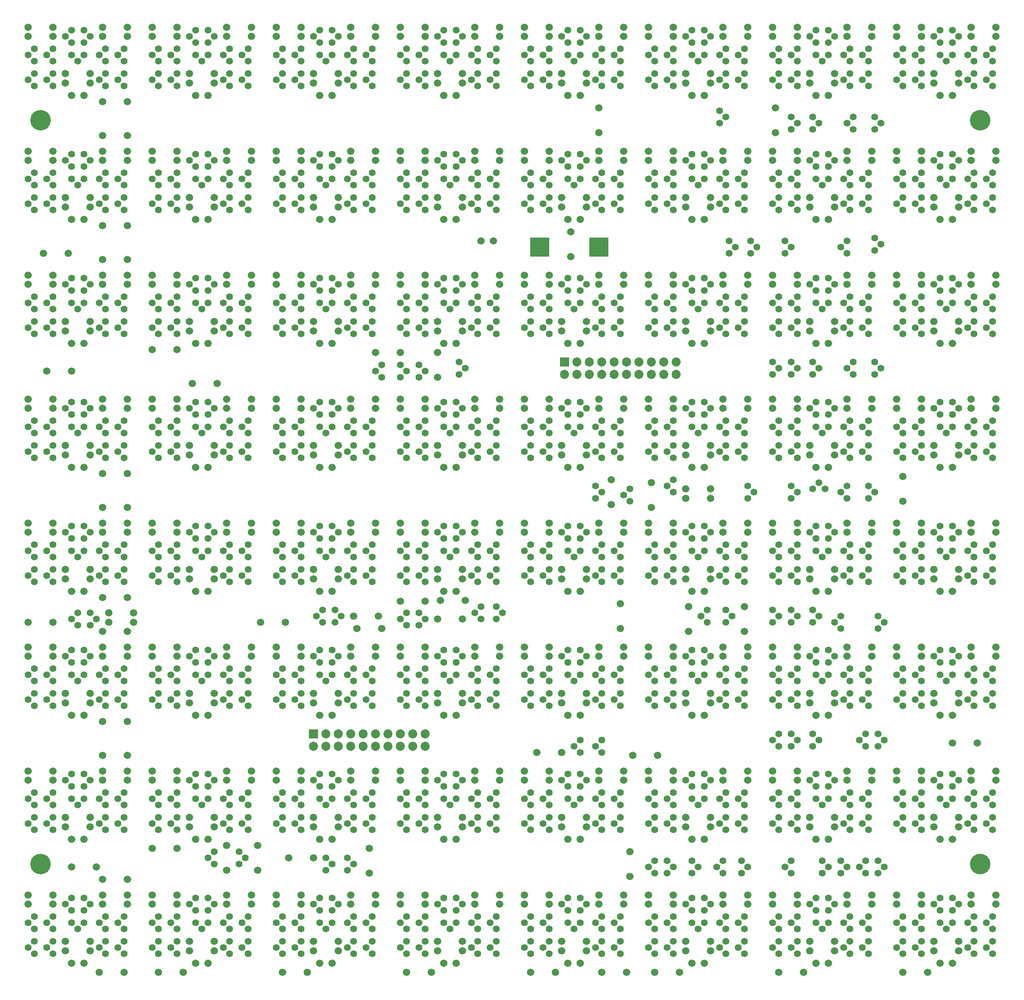
<source format=gbs>
G04 Output by ViewMate Deluxe V11.0.9  PentaLogix LLC*
G04 Fri Nov 28 06:42:21 2014*
%FSLAX33Y33*%
%MOMM*%
%IPPOS*%
%ADD108C,1.5113*%
%ADD109C,1.4122*%
%ADD110C,4.2037*%
%ADD111R,1.8542X1.8542*%
%ADD112C,1.8542*%
%ADD113R,4.0132X4.0132*%

%LPD*%
X0Y0D2*D108*G1X155981Y181864D3*X155981Y176784D3*X137566Y85344D3*X137566Y87249D3*X142646Y87249D3*X142646Y85344D3*X141376Y82804D3*X138836Y82804D3*X138201Y79629D3*X55016Y4699D3*X60096Y4699D3*X61366Y11049D3*X61366Y9144D3*X62636Y6604D3*X65176Y6604D3*X66446Y9144D3*X66446Y11049D3*X119786Y20574D3*X119786Y18669D3*X109626Y18669D3*X109626Y20574D3*X104546Y20574D3*X104546Y18669D3*X99466Y18669D3*X99466Y20574D3*X94386Y20574D3*X94386Y18669D3*X84226Y18669D3*X84226Y20574D3*X72796Y30099D3*X72796Y25019D3*X68986Y20574D3*X68986Y18669D3*X74066Y18669D3*X74066Y20574D3*X79146Y20574D3*X79146Y18669D3*X80416Y4699D3*X85496Y4699D3*X86766Y11049D3*X86766Y9144D3*X88036Y6604D3*X90576Y6604D3*X91846Y11049D3*X91846Y9144D3*X105816Y4699D3*X110896Y4699D3*X112166Y11049D3*X112166Y9144D3*X113436Y6604D3*X115976Y6604D3*X117246Y11049D3*X117246Y9144D3*X120421Y4699D3*X125501Y4699D3*X131216Y4699D3*X136296Y4699D3*X182016Y4699D3*X187096Y4699D3*X201066Y18669D3*X201066Y20574D3*X195986Y20574D3*X195986Y18669D3*X193446Y11049D3*X193446Y9144D3*X192176Y6604D3*X189636Y6604D3*X188366Y9144D3*X188366Y11049D3*X185826Y18669D3*X185826Y20574D3*X180746Y20574D3*X180746Y18669D3*X175666Y18669D3*X175666Y20574D3*X170586Y20574D3*X170586Y18669D3*X156616Y4699D3*X161696Y4699D3*X168046Y11049D3*X168046Y9144D3*X166776Y6604D3*X164236Y6604D3*X162966Y9144D3*X162966Y11049D3*X160426Y18669D3*X160426Y20574D3*X155346Y20574D3*X155346Y18669D3*X150266Y18669D3*X150266Y20574D3*X145186Y20574D3*X145186Y18669D3*X142646Y11049D3*X142646Y9144D3*X141376Y6604D3*X138836Y6604D3*X137566Y9144D3*X137566Y11049D3*X135026Y18669D3*X135026Y20574D3*X129946Y20574D3*X129946Y18669D3*X124866Y18669D3*X124866Y20574D3*X126136Y24384D3*X126136Y29464D3*X117246Y36449D3*X117246Y34544D3*X115976Y32004D3*X113436Y32004D3*X112166Y34544D3*X112166Y36449D3*X91846Y61849D3*X91846Y59944D3*X90576Y57404D3*X88036Y57404D3*X86766Y59944D3*X86766Y61849D3*X2946Y145669D3*X2946Y147574D3*X11836Y159004D3*X10566Y161544D3*X10566Y163449D3*X8026Y172974D3*X8026Y171069D3*X2946Y171069D3*X2946Y172974D3*X2946Y196469D3*X2946Y198374D3*X8026Y198374D3*X8026Y196469D3*X10566Y188849D3*X10566Y186944D3*X11836Y184404D3*X23266Y183134D3*X18186Y183134D3*X14376Y184404D3*X15646Y186944D3*X15646Y188849D3*X18186Y196469D3*X18186Y198374D3*X23266Y198374D3*X23266Y196469D3*X28346Y196469D3*X28346Y198374D3*X33426Y198374D3*X33426Y196469D3*X35966Y188849D3*X35966Y186944D3*X37236Y184404D3*X39776Y184404D3*X41046Y186944D3*X41046Y188849D3*X43586Y196469D3*X43586Y198374D3*X48666Y198374D3*X48666Y196469D3*X53746Y196469D3*X53746Y198374D3*X58826Y198374D3*X58826Y196469D3*X61366Y188849D3*X61366Y186944D3*X62636Y184404D3*X65176Y184404D3*X66446Y186944D3*X66446Y188849D3*X68986Y196469D3*X68986Y198374D3*X74066Y198374D3*X74066Y196469D3*X79146Y196469D3*X79146Y198374D3*X84226Y198374D3*X84226Y196469D3*X86766Y188849D3*X86766Y186944D3*X88036Y184404D3*X90576Y184404D3*X91846Y186944D3*X91846Y188849D3*X94386Y196469D3*X94386Y198374D3*X99466Y198374D3*X99466Y196469D3*X104546Y196469D3*X104546Y198374D3*X109626Y198374D3*X109626Y196469D3*X124866Y172974D3*X124866Y171069D3*X129946Y171069D3*X129946Y172974D3*X135026Y172974D3*X135026Y171069D3*X137566Y163449D3*X137566Y161544D3*X138836Y159004D3*X141376Y159004D3*X142646Y161544D3*X142646Y163449D3*X145186Y171069D3*X145186Y172974D3*X150266Y172974D3*X150266Y171069D3*X155346Y171069D3*X155346Y172974D3*X160426Y172974D3*X160426Y171069D3*X162966Y163449D3*X162966Y161544D3*X164236Y159004D3*X166776Y159004D3*X168046Y161544D3*X168046Y163449D3*X170586Y171069D3*X170586Y172974D3*X175666Y172974D3*X175666Y171069D3*X180746Y171069D3*X180746Y172974D3*X185826Y172974D3*X185826Y171069D3*X188366Y163449D3*X188366Y161544D3*X189636Y159004D3*X192176Y159004D3*X193446Y161544D3*X193446Y163449D3*X195986Y172974D3*X195986Y171069D3*X201066Y171069D3*X201066Y172974D3*X201066Y196469D3*X201066Y198374D3*X195986Y198374D3*X195986Y196469D3*X193446Y188849D3*X193446Y186944D3*X192176Y184404D3*X189636Y184404D3*X188366Y186944D3*X188366Y188849D3*X185826Y196469D3*X185826Y198374D3*X180746Y198374D3*X180746Y196469D3*X175666Y196469D3*X175666Y198374D3*X170586Y198374D3*X170586Y196469D3*X168046Y188849D3*X168046Y186944D3*X166776Y184404D3*X164236Y184404D3*X162966Y186944D3*X162966Y188849D3*X160426Y196469D3*X160426Y198374D3*X155346Y198374D3*X155346Y196469D3*X150266Y196469D3*X150266Y198374D3*X145186Y198374D3*X145186Y196469D3*X142646Y188849D3*X142646Y186944D3*X141376Y184404D3*X138836Y184404D3*X137566Y186944D3*X137566Y188849D3*X135026Y196469D3*X135026Y198374D3*X129946Y198374D3*X129946Y196469D3*X124866Y196469D3*X124866Y198374D3*X119786Y198374D3*X119786Y196469D3*X117246Y186944D3*X117246Y188849D3*X112166Y188849D3*X112166Y186944D3*X113436Y184404D3*X115976Y184404D3*X119786Y181864D3*X119786Y176784D3*X119786Y172974D3*X119786Y171069D3*X98196Y154559D3*X95656Y154559D3*X74066Y131699D3*X79146Y131699D3*X86766Y126619D3*X84226Y120269D3*X84226Y122174D3*X79146Y122174D3*X79146Y120269D3*X74066Y120269D3*X74066Y122174D3*X68986Y122174D3*X68986Y120269D3*X66446Y112649D3*X66446Y110744D3*X65176Y108204D3*X62636Y108204D3*X61366Y110744D3*X61366Y112649D3*X58826Y120269D3*X58826Y122174D3*X53746Y122174D3*X53746Y120269D3*X48666Y120269D3*X48666Y122174D3*X41681Y125349D3*X43586Y122174D3*X43586Y120269D3*X41046Y112649D3*X41046Y110744D3*X39776Y108204D3*X37236Y108204D3*X35966Y110744D3*X35966Y112649D3*X18186Y122174D3*X18186Y120269D3*X23266Y120269D3*X23266Y122174D3*X28346Y122174D3*X28346Y120269D3*X33426Y120269D3*X33426Y122174D3*X36601Y125349D3*X33426Y132334D3*X28346Y132334D3*X18186Y145669D3*X18186Y147574D3*X18186Y150749D3*X11201Y152019D3*X6121Y152019D3*X8026Y147574D3*X8026Y145669D3*X10566Y136144D3*X10566Y138049D3*X15646Y138049D3*X15646Y136144D3*X14376Y133604D3*X11836Y133604D3*X11836Y127889D3*X6756Y127889D3*X2946Y120269D3*X2946Y122174D3*X8026Y122174D3*X8026Y120269D3*X11836Y108204D3*X10566Y110744D3*X10566Y112649D3*X15646Y112649D3*X15646Y110744D3*X14376Y108204D3*X18186Y106934D3*X23266Y106934D3*X28346Y69469D3*X28346Y71374D3*X33426Y71374D3*X33426Y69469D3*X35966Y61849D3*X35966Y59944D3*X37236Y57404D3*X39776Y57404D3*X41046Y59944D3*X41046Y61849D3*X55651Y76454D3*X50571Y76454D3*X43586Y69469D3*X43586Y71374D3*X48666Y71374D3*X48666Y69469D3*X53746Y69469D3*X53746Y71374D3*X58826Y71374D3*X58826Y69469D3*X62636Y57404D3*X61366Y59944D3*X61366Y61849D3*X66446Y61849D3*X66446Y59944D3*X65176Y57404D3*X68986Y44069D3*X68986Y45974D3*X74066Y45974D3*X74066Y44069D3*X79146Y44069D3*X79146Y45974D3*X84226Y45974D3*X84226Y44069D3*X86766Y36449D3*X86766Y34544D3*X88036Y32004D3*X90576Y32004D3*X91846Y34544D3*X91846Y36449D3*X94386Y45974D3*X94386Y44069D3*X99466Y44069D3*X99466Y45974D3*X107086Y49784D3*X104546Y45974D3*X104546Y44069D3*X109626Y44069D3*X109626Y45974D3*X112166Y49784D3*X119786Y44069D3*X119786Y45974D3*X126771Y49149D3*X124866Y45974D3*X124866Y44069D3*X129946Y44069D3*X129946Y45974D3*X131851Y49149D3*X135026Y45974D3*X135026Y44069D3*X137566Y36449D3*X137566Y34544D3*X138836Y32004D3*X141376Y32004D3*X142646Y34544D3*X142646Y36449D3*X145186Y44069D3*X145186Y45974D3*X150266Y45974D3*X150266Y44069D3*X155346Y44069D3*X155346Y45974D3*X160426Y45974D3*X160426Y44069D3*X162966Y36449D3*X162966Y34544D3*X164236Y32004D3*X166776Y32004D3*X168046Y34544D3*X168046Y36449D3*X170586Y44069D3*X170586Y45974D3*X175666Y45974D3*X175666Y44069D3*X180746Y44069D3*X180746Y45974D3*X185826Y45974D3*X185826Y44069D3*X188366Y36449D3*X188366Y34544D3*X189636Y32004D3*X192176Y32004D3*X193446Y34544D3*X193446Y36449D3*X201066Y45974D3*X201066Y44069D3*X195986Y44069D3*X195986Y45974D3*X192176Y51689D3*X197256Y51689D3*X201066Y69469D3*X201066Y71374D3*X195986Y71374D3*X195986Y69469D3*X193446Y61849D3*X193446Y59944D3*X192176Y57404D3*X189636Y57404D3*X188366Y59944D3*X188366Y61849D3*X185826Y69469D3*X185826Y71374D3*X180746Y71374D3*X180746Y69469D3*X175666Y69469D3*X175666Y71374D3*X170586Y71374D3*X170586Y69469D3*X168046Y61849D3*X168046Y59944D3*X166776Y57404D3*X164236Y57404D3*X162966Y59944D3*X162966Y61849D3*X160426Y69469D3*X160426Y71374D3*X155346Y71374D3*X155346Y69469D3*X142646Y61849D3*X142646Y59944D3*X141376Y57404D3*X138836Y57404D3*X137566Y59944D3*X137566Y61849D3*X135026Y69469D3*X135026Y71374D3*X138201Y74549D3*X145186Y71374D3*X145186Y69469D3*X150266Y69469D3*X150266Y71374D3*X149631Y74549D3*X149631Y79629D3*X182016Y106299D3*X201066Y94869D3*X201066Y96774D3*X195986Y96774D3*X195986Y94869D3*X193446Y87249D3*X193446Y85344D3*X192176Y82804D3*X189636Y82804D3*X188366Y85344D3*X188366Y87249D3*X185826Y94869D3*X185826Y96774D3*X182016Y101219D3*X180746Y96774D3*X180746Y94869D3*X175666Y94869D3*X175666Y96774D3*X170586Y96774D3*X170586Y94869D3*X168046Y87249D3*X168046Y85344D3*X166776Y82804D3*X164236Y82804D3*X162966Y85344D3*X162966Y87249D3*X160426Y96774D3*X160426Y94869D3*X155346Y94869D3*X155346Y96774D3*X150266Y96774D3*X150266Y94869D3*X145186Y94869D3*X145186Y96774D3*X135026Y122174D3*X135026Y120269D3*X129946Y120269D3*X129946Y122174D3*X124866Y122174D3*X124866Y120269D3*X119786Y120269D3*X119786Y122174D3*X117246Y138049D3*X117246Y136144D3*X115976Y133604D3*X113436Y133604D3*X112166Y136144D3*X112166Y138049D3*X109626Y145669D3*X109626Y147574D3*X104546Y147574D3*X104546Y145669D3*X99466Y145669D3*X99466Y147574D3*X94386Y147574D3*X94386Y145669D3*X91846Y138049D3*X91846Y136144D3*X90576Y133604D3*X86766Y131699D3*X88036Y133604D3*X86766Y136144D3*X86766Y138049D3*X84226Y145669D3*X84226Y147574D3*X79146Y147574D3*X79146Y145669D3*X74066Y145669D3*X74066Y147574D3*X68986Y147574D3*X68986Y145669D3*X66446Y138049D3*X66446Y136144D3*X65176Y133604D3*X62636Y133604D3*X61366Y136144D3*X61366Y138049D3*X58826Y145669D3*X58826Y147574D3*X53746Y147574D3*X53746Y145669D3*X48666Y145669D3*X48666Y147574D3*X43586Y147574D3*X43586Y145669D3*X41046Y138049D3*X41046Y136144D3*X39776Y133604D3*X37236Y133604D3*X35966Y136144D3*X35966Y138049D3*X33426Y145669D3*X33426Y147574D3*X28346Y147574D3*X28346Y145669D3*X23266Y145669D3*X23266Y147574D3*X23266Y150749D3*X23266Y157734D3*X18186Y157734D3*X14376Y159004D3*X15646Y161544D3*X15646Y163449D3*X18186Y171069D3*X18186Y172974D3*X18186Y176149D3*X23266Y176149D3*X23266Y172974D3*X23266Y171069D3*X28346Y171069D3*X28346Y172974D3*X33426Y172974D3*X33426Y171069D3*X35966Y163449D3*X35966Y161544D3*X37236Y159004D3*X39776Y159004D3*X41046Y161544D3*X41046Y163449D3*X43586Y171069D3*X43586Y172974D3*X48666Y172974D3*X48666Y171069D3*X53746Y171069D3*X53746Y172974D3*X58826Y172974D3*X58826Y171069D3*X61366Y163449D3*X61366Y161544D3*X62636Y159004D3*X65176Y159004D3*X66446Y161544D3*X66446Y163449D3*X68986Y171069D3*X68986Y172974D3*X74066Y172974D3*X74066Y171069D3*X79146Y171069D3*X79146Y172974D3*X84226Y172974D3*X84226Y171069D3*X86766Y163449D3*X86766Y161544D3*X88036Y159004D3*X90576Y159004D3*X91846Y161544D3*X91846Y163449D3*X94386Y171069D3*X94386Y172974D3*X99466Y172974D3*X99466Y171069D3*X104546Y171069D3*X104546Y172974D3*X109626Y172974D3*X109626Y171069D3*X112166Y161544D3*X112166Y163449D3*X117246Y163449D3*X117246Y161544D3*X115976Y159004D3*X113436Y159004D3*X114071Y156464D3*X114071Y151384D3*X119786Y145669D3*X119786Y147574D3*X124866Y147574D3*X124866Y145669D3*X129946Y145669D3*X129946Y147574D3*X135026Y147574D3*X135026Y145669D3*X137566Y138049D3*X137566Y136144D3*X138836Y133604D3*X141376Y133604D3*X142646Y136144D3*X142646Y138049D3*X145186Y145669D3*X145186Y147574D3*X150266Y147574D3*X150266Y145669D3*X155346Y145669D3*X155346Y147574D3*X160426Y147574D3*X160426Y145669D3*X162966Y138049D3*X162966Y136144D3*X164236Y133604D3*X166776Y133604D3*X168046Y136144D3*X168046Y138049D3*X170586Y145669D3*X170586Y147574D3*X175666Y147574D3*X175666Y145669D3*X180746Y145669D3*X180746Y147574D3*X185826Y147574D3*X185826Y145669D3*X201066Y145669D3*X201066Y147574D3*X195986Y147574D3*X195986Y145669D3*X193446Y136144D3*X193446Y138049D3*X188366Y138049D3*X188366Y136144D3*X189636Y133604D3*X192176Y133604D3*X201066Y120269D3*X201066Y122174D3*X195986Y122174D3*X195986Y120269D3*X193446Y112649D3*X193446Y110744D3*X192176Y108204D3*X189636Y108204D3*X188366Y110744D3*X188366Y112649D3*X185826Y120269D3*X185826Y122174D3*X180746Y122174D3*X180746Y120269D3*X175666Y120269D3*X175666Y122174D3*X170586Y122174D3*X170586Y120269D3*X168046Y112649D3*X168046Y110744D3*X166776Y108204D3*X164236Y108204D3*X162966Y110744D3*X162966Y112649D3*X160426Y120269D3*X160426Y122174D3*X155346Y122174D3*X155346Y120269D3*X150266Y120269D3*X150266Y122174D3*X145186Y122174D3*X145186Y120269D3*X142646Y110744D3*X142646Y112649D3*X137566Y112649D3*X137566Y110744D3*X138836Y108204D3*X141376Y108204D3*X142646Y103759D3*X142646Y101854D3*X137566Y101854D3*X137566Y103759D3*X130581Y105029D3*X130581Y99949D3*X135026Y96774D3*X135026Y94869D3*X129946Y94869D3*X129946Y96774D3*X124866Y96774D3*X124866Y94869D3*X119786Y94869D3*X119786Y96774D3*X122326Y100584D3*X122326Y105664D3*X117246Y112649D3*X117246Y110744D3*X115976Y108204D3*X113436Y108204D3*X112166Y110744D3*X112166Y112649D3*X109626Y120269D3*X109626Y122174D3*X104546Y122174D3*X104546Y120269D3*X99466Y120269D3*X99466Y122174D3*X94386Y122174D3*X94386Y120269D3*X91846Y110744D3*X91846Y112649D3*X86766Y112649D3*X86766Y110744D3*X88036Y108204D3*X90576Y108204D3*X91846Y85344D3*X91846Y87249D3*X94386Y94869D3*X94386Y96774D3*X99466Y96774D3*X99466Y94869D3*X104546Y94869D3*X104546Y96774D3*X109626Y96774D3*X109626Y94869D3*X112166Y87249D3*X112166Y85344D3*X113436Y82804D3*X115976Y82804D3*X117246Y87249D3*X117246Y85344D3*X124231Y80264D3*X124231Y75184D3*X129946Y71374D3*X129946Y69469D3*X124866Y69469D3*X124866Y71374D3*X119786Y71374D3*X119786Y69469D3*X117246Y61849D3*X117246Y59944D3*X115976Y57404D3*X113436Y57404D3*X112166Y59944D3*X112166Y61849D3*X109626Y71374D3*X109626Y69469D3*X104546Y69469D3*X104546Y71374D3*X99466Y71374D3*X99466Y69469D3*X94386Y69469D3*X94386Y71374D3*X91846Y77089D3*X92481Y80899D3*X90576Y82804D3*X79146Y80772D3*X75336Y75184D3*X74701Y77724D3*X69621Y77724D3*X70256Y75184D3*X68986Y71374D3*X68986Y69469D3*X74066Y69469D3*X74066Y71374D3*X79146Y71374D3*X79146Y69469D3*X84226Y69469D3*X84226Y71374D3*X86766Y77089D3*X84226Y80772D3*X87401Y80899D3*X88036Y82804D3*X86766Y85344D3*X86766Y87249D3*X84226Y94869D3*X84226Y96774D3*X79146Y96774D3*X79146Y94869D3*X74066Y94869D3*X74066Y96774D3*X68986Y96774D3*X68986Y94869D3*X66446Y87249D3*X66446Y85344D3*X65176Y82804D3*X62636Y82804D3*X61366Y85344D3*X61366Y87249D3*X58826Y94869D3*X58826Y96774D3*X53746Y96774D3*X53746Y94869D3*X48666Y94869D3*X48666Y96774D3*X43586Y96774D3*X43586Y94869D3*X41046Y87249D3*X41046Y85344D3*X39776Y82804D3*X37236Y82804D3*X35966Y85344D3*X35966Y87249D3*X33426Y94869D3*X33426Y96774D3*X28346Y96774D3*X28346Y94869D3*X23266Y94869D3*X23266Y96774D3*X23266Y99949D3*X18186Y99949D3*X18186Y96774D3*X18186Y94869D3*X2946Y94869D3*X2946Y96774D3*X8026Y96774D3*X8026Y94869D3*X10566Y85344D3*X10566Y87249D3*X15646Y87249D3*X15646Y85344D3*X23266Y81534D3*X24536Y78359D3*X24536Y76454D3*X23266Y74549D3*X23266Y71374D3*X23266Y69469D3*X18186Y69469D3*X18186Y71374D3*X18186Y74549D3*X19456Y76454D3*X19456Y78359D3*X18186Y81534D3*X14376Y82804D3*X11836Y82804D3*X8026Y76454D3*X2946Y76454D3*X2946Y69469D3*X2946Y71374D3*X8026Y71374D3*X8026Y69469D3*X11836Y57404D3*X10566Y59944D3*X10566Y61849D3*X15646Y61849D3*X15646Y59944D3*X14376Y57404D3*X18186Y56134D3*X23266Y56134D3*X28346Y30099D3*X33426Y30099D3*X49936Y30734D3*X43586Y44069D3*X43586Y45974D3*X48666Y45974D3*X48666Y44069D3*X53746Y44069D3*X53746Y45974D3*X58826Y45974D3*X58826Y44069D3*X61366Y34544D3*X61366Y36449D3*X66446Y36449D3*X66446Y34544D3*X65176Y32004D3*X62636Y32004D3*X61366Y28194D3*X56286Y28194D3*X58826Y20574D3*X58826Y18669D3*X53746Y18669D3*X53746Y20574D3*X49936Y25654D3*X48666Y20574D3*X48666Y18669D3*X43586Y18669D3*X43586Y20574D3*X43586Y25654D3*X43586Y30734D3*X41046Y36449D3*X41046Y34544D3*X39776Y32004D3*X37236Y32004D3*X35966Y34544D3*X35966Y36449D3*X33426Y44069D3*X33426Y45974D3*X28346Y45974D3*X28346Y44069D3*X23266Y44069D3*X23266Y45974D3*X23266Y49149D3*X18186Y49149D3*X18186Y45974D3*X18186Y44069D3*X2946Y44069D3*X2946Y45974D3*X8026Y45974D3*X8026Y44069D3*X10566Y34544D3*X10566Y36449D3*X15646Y36449D3*X15646Y34544D3*X14376Y32004D3*X11836Y32004D3*X2946Y20574D3*X2946Y18669D3*X8026Y18669D3*X8026Y20574D3*X11836Y26289D3*X18186Y18669D3*X18186Y20574D3*X16916Y26289D3*X18186Y23749D3*X23266Y23749D3*X23266Y20574D3*X23266Y18669D3*X28346Y18669D3*X28346Y20574D3*X33426Y20574D3*X33426Y18669D3*X35966Y9144D3*X35966Y11049D3*X41046Y11049D3*X41046Y9144D3*X39776Y6604D3*X37236Y6604D3*X34696Y4699D3*X29616Y4699D3*X22631Y4699D3*X17551Y4699D3*X14376Y6604D3*X15646Y9144D3*X15646Y11049D3*X10566Y11049D3*X10566Y9144D3*X11836Y6604D3*D109*X156616Y193929D3*X155346Y192659D3*X156616Y191389D3*X159156Y179959D3*X159156Y177419D3*X160426Y178689D3*X163601Y177419D3*X163601Y179959D3*X164871Y178689D3*X182016Y193929D3*X180746Y192659D3*X182016Y191389D3*X189636Y192659D3*X190906Y191389D3*X192176Y192659D3*X196621Y188849D3*X195351Y187579D3*X196621Y186309D3*X200431Y186309D3*X199161Y187579D3*X200431Y188849D3*X200431Y191389D3*X200431Y193929D3*X199161Y192659D3*X196621Y191389D3*X195351Y192659D3*X196621Y193929D3*X192176Y197739D3*X193446Y196469D3*X192176Y195199D3*X189636Y195199D3*X189636Y197739D3*X188366Y196469D3*X185826Y193929D3*X184556Y192659D3*X185826Y191389D3*X185826Y188849D3*X185826Y186309D3*X184556Y187579D3*X182016Y188849D3*X180746Y187579D3*X182016Y186309D3*X176301Y179959D3*X177571Y178689D3*X176301Y177419D3*X171856Y177419D3*X170586Y178689D3*X171856Y179959D3*X171221Y188849D3*X169951Y187579D3*X171221Y186309D3*X175031Y186309D3*X173761Y187579D3*X175031Y188849D3*X175031Y191389D3*X175031Y193929D3*X173761Y192659D3*X171221Y191389D3*X171221Y193929D3*X169951Y192659D3*X164236Y192659D3*X165506Y191389D3*X166776Y192659D3*X166776Y195199D3*X168046Y196469D3*X166776Y197739D3*X164236Y197739D3*X164236Y195199D3*X162966Y196469D3*X160426Y193929D3*X159156Y192659D3*X160426Y191389D3*X160426Y186309D3*X160426Y188849D3*X159156Y187579D3*X156616Y186309D3*X156616Y188849D3*X155346Y187579D3*X8026Y186309D3*X8026Y188849D3*X6756Y187579D3*X4216Y186309D3*X2946Y187579D3*X4216Y188849D3*X4216Y191389D3*X2946Y192659D3*X4216Y193929D3*X8026Y193929D3*X6756Y192659D3*X8026Y191389D3*X14376Y192659D3*X13106Y191389D3*X11836Y192659D3*X11836Y195199D3*X10566Y196469D3*X11836Y197739D3*X14376Y197739D3*X14376Y195199D3*X15646Y196469D3*X18821Y193929D3*X17551Y192659D3*X18821Y191389D3*X18821Y188849D3*X17551Y187579D3*X18821Y186309D3*X22631Y186309D3*X21361Y187579D3*X22631Y188849D3*X22631Y191389D3*X21361Y192659D3*X22631Y193929D3*X29616Y193929D3*X28346Y192659D3*X29616Y191389D3*X29616Y188849D3*X28346Y187579D3*X29616Y186309D3*X33426Y186309D3*X32156Y187579D3*X33426Y188849D3*X33426Y191389D3*X32156Y192659D3*X33426Y193929D3*X37236Y195199D3*X35966Y196469D3*X37236Y197739D3*X39776Y197739D3*X41046Y196469D3*X39776Y195199D3*X39776Y192659D3*X37236Y192659D3*X38506Y191389D3*X44221Y186309D3*X42951Y187579D3*X44221Y188849D3*X44221Y191389D3*X42951Y192659D3*X44221Y193929D3*X48031Y193929D3*X46761Y192659D3*X48031Y191389D3*X48031Y188849D3*X46761Y187579D3*X48031Y186309D3*X58826Y186309D3*X58826Y188849D3*X57556Y187579D3*X55016Y186309D3*X53746Y187579D3*X55016Y188849D3*X55016Y191389D3*X53746Y192659D3*X55016Y193929D3*X58826Y193929D3*X57556Y192659D3*X58826Y191389D3*X65176Y192659D3*X63906Y191389D3*X62636Y192659D3*X62636Y195199D3*X61366Y196469D3*X62636Y197739D3*X65176Y197739D3*X65176Y195199D3*X66446Y196469D3*X69621Y193929D3*X68351Y192659D3*X69621Y191389D3*X69621Y188849D3*X68351Y187579D3*X69621Y186309D3*X73431Y186309D3*X72161Y187579D3*X73431Y188849D3*X73431Y191389D3*X72161Y192659D3*X73431Y193929D3*X80416Y193929D3*X79146Y192659D3*X80416Y191389D3*X80416Y188849D3*X79146Y187579D3*X80416Y186309D3*X84226Y186309D3*X82956Y187579D3*X84226Y188849D3*X84226Y191389D3*X82956Y192659D3*X84226Y193929D3*X88036Y195199D3*X86766Y196469D3*X88036Y197739D3*X90576Y197739D3*X91846Y196469D3*X90576Y195199D3*X90576Y192659D3*X88036Y192659D3*X89306Y191389D3*X95021Y186309D3*X93751Y187579D3*X95021Y188849D3*X95021Y191389D3*X93751Y192659D3*X95021Y193929D3*X98831Y193929D3*X97561Y192659D3*X98831Y191389D3*X98831Y188849D3*X97561Y187579D3*X98831Y186309D3*X109626Y186309D3*X109626Y188849D3*X108356Y187579D3*X105816Y186309D3*X104546Y187579D3*X105816Y188849D3*X105816Y191389D3*X104546Y192659D3*X105816Y193929D3*X109626Y193929D3*X108356Y192659D3*X109626Y191389D3*X113436Y192659D3*X114706Y191389D3*X115976Y192659D3*X115976Y195199D3*X113436Y195199D3*X112166Y196469D3*X113436Y197739D3*X115976Y197739D3*X117246Y196469D3*X120421Y193929D3*X119151Y192659D3*X120421Y191389D3*X120421Y188849D3*X119151Y187579D3*X120421Y186309D3*X124231Y186309D3*X122961Y187579D3*X124231Y188849D3*X124231Y191389D3*X122961Y192659D3*X124231Y193929D3*X131216Y193929D3*X129946Y192659D3*X131216Y191389D3*X131216Y188849D3*X129946Y187579D3*X131216Y186309D3*X135026Y186309D3*X133756Y187579D3*X135026Y188849D3*X135026Y191389D3*X133756Y192659D3*X135026Y193929D3*X141376Y195199D3*X142646Y196469D3*X141376Y197739D3*X138836Y197739D3*X137566Y196469D3*X138836Y195199D3*X138836Y192659D3*X140106Y191389D3*X141376Y192659D3*X145821Y191389D3*X144551Y192659D3*X145821Y193929D3*X149631Y193929D3*X148361Y192659D3*X149631Y191389D3*X149631Y188849D3*X149631Y186309D3*X148361Y187579D3*X145821Y188849D3*X144551Y187579D3*X145821Y186309D3*X144551Y181229D3*X145821Y179959D3*X144551Y178689D3*X131216Y66929D3*X115976Y49784D3*X114706Y51054D3*X115976Y52324D3*X120421Y52324D3*X119151Y51054D3*X120421Y49784D3*X131216Y16129D3*X182016Y16129D3*X196621Y16129D3*X200431Y16129D3*X199161Y14859D3*X200431Y13589D3*X200431Y8509D3*X200431Y11049D3*X199161Y9779D3*X196621Y8509D3*X195351Y9779D3*X196621Y11049D3*X196621Y13589D3*X195351Y14859D3*X189636Y19939D3*X192176Y19939D3*X193446Y18669D3*X192176Y17399D3*X192176Y14859D3*X190906Y13589D3*X189636Y14859D3*X189636Y17399D3*X188366Y18669D3*X185826Y16129D3*X184556Y14859D3*X185826Y13589D3*X185826Y8509D3*X185826Y11049D3*X184556Y9779D3*X182016Y8509D3*X180746Y9779D3*X182016Y11049D3*X182016Y13589D3*X180746Y14859D3*X171221Y16129D3*X175031Y16129D3*X173761Y14859D3*X175031Y13589D3*X175031Y8509D3*X175031Y11049D3*X173761Y9779D3*X171221Y8509D3*X169951Y9779D3*X171221Y11049D3*X171221Y13589D3*X169951Y14859D3*X166776Y19939D3*X168046Y18669D3*X166776Y17399D3*X166776Y14859D3*X165506Y13589D3*X164236Y14859D3*X164236Y17399D3*X164236Y19939D3*X162966Y18669D3*X160426Y16129D3*X159156Y14859D3*X160426Y13589D3*X160426Y11049D3*X160426Y8509D3*X159156Y9779D3*X156616Y8509D3*X155346Y9779D3*X156616Y11049D3*X156616Y13589D3*X156616Y16129D3*X155346Y14859D3*X149631Y16129D3*X148361Y14859D3*X149631Y13589D3*X149631Y8509D3*X149631Y11049D3*X148361Y9779D3*X145821Y8509D3*X144551Y9779D3*X145821Y11049D3*X145821Y13589D3*X144551Y14859D3*X145821Y16129D3*X145186Y27559D3*X143916Y26289D3*X145186Y25019D3*X148996Y25019D3*X150266Y26289D3*X148996Y27559D3*X174396Y51054D3*X173126Y52324D3*X174396Y53594D3*X176936Y53594D3*X178206Y52324D3*X176936Y51054D3*X182016Y41529D3*X180746Y40259D3*X182016Y38989D3*X189636Y40259D3*X190906Y38989D3*X192176Y40259D3*X196621Y36449D3*X195351Y35179D3*X196621Y33909D3*X200431Y33909D3*X199161Y35179D3*X200431Y36449D3*X200431Y38989D3*X200431Y41529D3*X199161Y40259D3*X196621Y38989D3*X195351Y40259D3*X196621Y41529D3*X192176Y45339D3*X193446Y44069D3*X192176Y42799D3*X189636Y42799D3*X189636Y45339D3*X188366Y44069D3*X185826Y41529D3*X184556Y40259D3*X185826Y38989D3*X185826Y36449D3*X185826Y33909D3*X184556Y35179D3*X182016Y36449D3*X182016Y33909D3*X180746Y35179D3*X171221Y33909D3*X169951Y35179D3*X171221Y36449D3*X171221Y38989D3*X169951Y40259D3*X171221Y41529D3*X175031Y41529D3*X173761Y40259D3*X175031Y38989D3*X175031Y36449D3*X173761Y35179D3*X175031Y33909D3*X176936Y25019D3*X178206Y26289D3*X176936Y27559D3*X174396Y27559D3*X174396Y25019D3*X173126Y26289D3*X169316Y25019D3*X170586Y26289D3*X169316Y27559D3*X165506Y27559D3*X166776Y26289D3*X165506Y25019D3*X159156Y25019D3*X157886Y26289D3*X159156Y27559D3*X160426Y33909D3*X160426Y36449D3*X159156Y35179D3*X156616Y33909D3*X155346Y35179D3*X156616Y36449D3*X156616Y38989D3*X155346Y40259D3*X156616Y41529D3*X160426Y41529D3*X159156Y40259D3*X160426Y38989D3*X164236Y40259D3*X165506Y38989D3*X166776Y40259D3*X166776Y45339D3*X168046Y44069D3*X166776Y42799D3*X164236Y42799D3*X162966Y44069D3*X164236Y45339D3*X163601Y51054D3*X164871Y52324D3*X163601Y53594D3*X159156Y53594D3*X160426Y52324D3*X159156Y51054D3*X156616Y51054D3*X155346Y52324D3*X156616Y53594D3*X145821Y66929D3*X144551Y65659D3*X145821Y64389D3*X145821Y61849D3*X144551Y60579D3*X145821Y59309D3*X149631Y59309D3*X148361Y60579D3*X149631Y61849D3*X149631Y64389D3*X148361Y65659D3*X149631Y66929D3*X156616Y66929D3*X155346Y65659D3*X156616Y64389D3*X156616Y61849D3*X155346Y60579D3*X156616Y59309D3*X160426Y59309D3*X159156Y60579D3*X160426Y61849D3*X160426Y64389D3*X159156Y65659D3*X160426Y66929D3*X182016Y92329D3*X180746Y91059D3*X182016Y89789D3*X189636Y91059D3*X190906Y89789D3*X192176Y91059D3*X196621Y87249D3*X195351Y85979D3*X196621Y84709D3*X200431Y84709D3*X199161Y85979D3*X200431Y87249D3*X200431Y89789D3*X200431Y92329D3*X199161Y91059D3*X196621Y89789D3*X195351Y91059D3*X196621Y92329D3*X192176Y96139D3*X193446Y94869D3*X192176Y93599D3*X189636Y93599D3*X189636Y96139D3*X188366Y94869D3*X185826Y92329D3*X184556Y91059D3*X185826Y89789D3*X185826Y87249D3*X185826Y84709D3*X184556Y85979D3*X182016Y87249D3*X182016Y84709D3*X180746Y85979D3*X171221Y84709D3*X169951Y85979D3*X171221Y87249D3*X171221Y89789D3*X169951Y91059D3*X171221Y92329D3*X175031Y92329D3*X173761Y91059D3*X175031Y89789D3*X175031Y87249D3*X173761Y85979D3*X175031Y84709D3*X176936Y77724D3*X178206Y76454D3*X176936Y75184D3*X182016Y66929D3*X196621Y66929D3*X200431Y66929D3*X199161Y65659D3*X200431Y64389D3*X200431Y59309D3*X200431Y61849D3*X199161Y60579D3*X196621Y59309D3*X195351Y60579D3*X196621Y61849D3*X196621Y64389D3*X195351Y65659D3*X189636Y70739D3*X192176Y70739D3*X193446Y69469D3*X192176Y68199D3*X192176Y65659D3*X190906Y64389D3*X189636Y65659D3*X189636Y68199D3*X188366Y69469D3*X185826Y66929D3*X184556Y65659D3*X185826Y64389D3*X185826Y59309D3*X185826Y61849D3*X184556Y60579D3*X182016Y59309D3*X180746Y60579D3*X182016Y61849D3*X182016Y64389D3*X180746Y65659D3*X171221Y66929D3*X175031Y66929D3*X173761Y65659D3*X175031Y64389D3*X175031Y59309D3*X175031Y61849D3*X173761Y60579D3*X171221Y59309D3*X169951Y60579D3*X171221Y61849D3*X171221Y64389D3*X169951Y65659D3*X166776Y65659D3*X165506Y64389D3*X164236Y65659D3*X164236Y70739D3*X162966Y69469D3*X164236Y68199D3*X166776Y68199D3*X168046Y69469D3*X166776Y70739D3*X169316Y75184D3*X169316Y77724D3*X168046Y76454D3*X163601Y78994D3*X164871Y77724D3*X163601Y76454D3*X155346Y76454D3*X155346Y78994D3*X156616Y77724D3*X159156Y76454D3*X160426Y77724D3*X159156Y78994D3*X160426Y84709D3*X160426Y87249D3*X159156Y85979D3*X156616Y84709D3*X155346Y85979D3*X156616Y87249D3*X156616Y89789D3*X155346Y91059D3*X156616Y92329D3*X160426Y92329D3*X159156Y91059D3*X160426Y89789D3*X164236Y91059D3*X165506Y89789D3*X166776Y91059D3*X166776Y93599D3*X164236Y93599D3*X162966Y94869D3*X164236Y96139D3*X166776Y96139D3*X168046Y94869D3*X175031Y101854D3*X176301Y103124D3*X175031Y104394D3*X170586Y104394D3*X170586Y101854D3*X169316Y103124D3*X166141Y103759D3*X164871Y105029D3*X163601Y103759D3*X159156Y104394D3*X160426Y103124D3*X159156Y101854D3*X150266Y101854D3*X151536Y103124D3*X150266Y104394D3*X145821Y138049D3*X144551Y136779D3*X145821Y135509D3*X149631Y135509D3*X148361Y136779D3*X149631Y138049D3*X149631Y140589D3*X149631Y143129D3*X148361Y141859D3*X145821Y143129D3*X145821Y140589D3*X144551Y141859D3*X138836Y144399D3*X137566Y145669D3*X138836Y146939D3*X141376Y146939D3*X142646Y145669D3*X141376Y144399D3*X141376Y141859D3*X140106Y140589D3*X138836Y141859D3*X131216Y138049D3*X129946Y136779D3*X131216Y135509D3*X135026Y135509D3*X133756Y136779D3*X135026Y138049D3*X135026Y140589D3*X135026Y143129D3*X133756Y141859D3*X131216Y140589D3*X131216Y143129D3*X129946Y141859D3*X105816Y143129D3*X104546Y141859D3*X105816Y140589D3*X105816Y138049D3*X104546Y136779D3*X105816Y135509D3*X109626Y135509D3*X108356Y136779D3*X109626Y138049D3*X109626Y140589D3*X108356Y141859D3*X109626Y143129D3*X113436Y144399D3*X112166Y145669D3*X113436Y146939D3*X115976Y146939D3*X117246Y145669D3*X115976Y144399D3*X115976Y141859D3*X113436Y141859D3*X114706Y140589D3*X120421Y135509D3*X119151Y136779D3*X120421Y138049D3*X120421Y140589D3*X119151Y141859D3*X120421Y143129D3*X124231Y143129D3*X122961Y141859D3*X124231Y140589D3*X124231Y138049D3*X122961Y136779D3*X124231Y135509D3*X124231Y117729D3*X115976Y121539D3*X117246Y120269D3*X115976Y118999D3*X115976Y116459D3*X114706Y115189D3*X113436Y116459D3*X113436Y118999D3*X113436Y121539D3*X112166Y120269D3*X109626Y117729D3*X108356Y116459D3*X109626Y115189D3*X109626Y112649D3*X109626Y110109D3*X108356Y111379D3*X105816Y110109D3*X104546Y111379D3*X105816Y112649D3*X105816Y115189D3*X105816Y117729D3*X104546Y116459D3*X98831Y117729D3*X97561Y116459D3*X98831Y115189D3*X98831Y110109D3*X98831Y112649D3*X97561Y111379D3*X95021Y110109D3*X93751Y111379D3*X95021Y112649D3*X95021Y115189D3*X95021Y117729D3*X93751Y116459D3*X80416Y117729D3*X82956Y126619D3*X84226Y127889D3*X82956Y129159D3*X79146Y129159D3*X80416Y127889D3*X79146Y126619D3*X75336Y126619D3*X75336Y129159D3*X74066Y127889D3*X4216Y110109D3*X2946Y111379D3*X4216Y112649D3*X4216Y115189D3*X2946Y116459D3*X4216Y117729D3*X8026Y117729D3*X6756Y116459D3*X8026Y115189D3*X8026Y112649D3*X6756Y111379D3*X8026Y110109D3*X33426Y66929D3*X18821Y66929D3*X22631Y66929D3*X21361Y65659D3*X22631Y64389D3*X22631Y59309D3*X22631Y61849D3*X21361Y60579D3*X18821Y59309D3*X17551Y60579D3*X18821Y61849D3*X18821Y64389D3*X17551Y65659D3*X4216Y66929D3*X2946Y65659D3*X4216Y64389D3*X4216Y61849D3*X2946Y60579D3*X4216Y59309D3*X8026Y59309D3*X6756Y60579D3*X8026Y61849D3*X8026Y64389D3*X6756Y65659D3*X8026Y66929D3*X11836Y70739D3*X10566Y69469D3*X11836Y68199D3*X11836Y65659D3*X13106Y64389D3*X14376Y65659D3*X14376Y68199D3*X15646Y69469D3*X14376Y70739D3*X15646Y78359D3*X16916Y77089D3*X15646Y75819D3*X13106Y75819D3*X11836Y77089D3*X13106Y78359D3*X8026Y84709D3*X8026Y87249D3*X6756Y85979D3*X4216Y84709D3*X2946Y85979D3*X4216Y87249D3*X4216Y92329D3*X2946Y91059D3*X4216Y89789D3*X8026Y89789D3*X6756Y91059D3*X8026Y92329D3*X14376Y93599D3*X15646Y94869D3*X14376Y96139D3*X11836Y96139D3*X10566Y94869D3*X11836Y93599D3*X11836Y91059D3*X13106Y89789D3*X14376Y91059D3*X22631Y89789D3*X22631Y92329D3*X21361Y91059D3*X18821Y92329D3*X17551Y91059D3*X18821Y89789D3*X18821Y87249D3*X17551Y85979D3*X18821Y84709D3*X22631Y84709D3*X21361Y85979D3*X22631Y87249D3*X33426Y87249D3*X33426Y84709D3*X32156Y85979D3*X29616Y84709D3*X28346Y85979D3*X29616Y87249D3*X29616Y89789D3*X28346Y91059D3*X29616Y92329D3*X33426Y92329D3*X32156Y91059D3*X33426Y89789D3*X37236Y91059D3*X38506Y89789D3*X39776Y91059D3*X44221Y87249D3*X42951Y85979D3*X44221Y84709D3*X48031Y84709D3*X46761Y85979D3*X48031Y87249D3*X48031Y89789D3*X48031Y92329D3*X46761Y91059D3*X44221Y89789D3*X42951Y91059D3*X44221Y92329D3*X39776Y96139D3*X41046Y94869D3*X39776Y93599D3*X37236Y93599D3*X35966Y94869D3*X37236Y96139D3*X29616Y117729D3*X29616Y143129D3*X28346Y141859D3*X29616Y140589D3*X29616Y138049D3*X28346Y136779D3*X29616Y135509D3*X33426Y135509D3*X32156Y136779D3*X33426Y138049D3*X33426Y140589D3*X32156Y141859D3*X33426Y143129D3*X37236Y144399D3*X35966Y145669D3*X37236Y146939D3*X39776Y146939D3*X41046Y145669D3*X39776Y144399D3*X39776Y141859D3*X37236Y141859D3*X38506Y140589D3*X44221Y135509D3*X42951Y136779D3*X44221Y138049D3*X44221Y140589D3*X42951Y141859D3*X44221Y143129D3*X48031Y143129D3*X46761Y141859D3*X48031Y140589D3*X48031Y138049D3*X46761Y136779D3*X48031Y135509D3*X58826Y135509D3*X58826Y138049D3*X57556Y136779D3*X55016Y135509D3*X53746Y136779D3*X55016Y138049D3*X55016Y140589D3*X53746Y141859D3*X55016Y143129D3*X58826Y143129D3*X57556Y141859D3*X58826Y140589D3*X65176Y141859D3*X63906Y140589D3*X62636Y141859D3*X62636Y144399D3*X61366Y145669D3*X62636Y146939D3*X65176Y146939D3*X65176Y144399D3*X66446Y145669D3*X69621Y143129D3*X68351Y141859D3*X69621Y140589D3*X69621Y138049D3*X68351Y136779D3*X69621Y135509D3*X73431Y135509D3*X72161Y136779D3*X73431Y138049D3*X73431Y140589D3*X72161Y141859D3*X73431Y143129D3*X80416Y143129D3*X79146Y141859D3*X80416Y140589D3*X80416Y138049D3*X79146Y136779D3*X80416Y135509D3*X84226Y135509D3*X82956Y136779D3*X84226Y138049D3*X84226Y140589D3*X82956Y141859D3*X84226Y143129D3*X90576Y144399D3*X91846Y145669D3*X90576Y146939D3*X88036Y146939D3*X86766Y145669D3*X88036Y144399D3*X88036Y141859D3*X89306Y140589D3*X90576Y141859D3*X95021Y140589D3*X93751Y141859D3*X95021Y143129D3*X98831Y143129D3*X97561Y141859D3*X98831Y140589D3*X98831Y138049D3*X98831Y135509D3*X97561Y136779D3*X95021Y138049D3*X93751Y136779D3*X95021Y135509D3*X91211Y129794D3*X92481Y128524D3*X91211Y127254D3*X88036Y121539D3*X90576Y121539D3*X91846Y120269D3*X90576Y118999D3*X90576Y116459D3*X89306Y115189D3*X88036Y116459D3*X88036Y118999D3*X86766Y120269D3*X84226Y117729D3*X82956Y116459D3*X84226Y115189D3*X84226Y110109D3*X84226Y112649D3*X82956Y111379D3*X80416Y110109D3*X79146Y111379D3*X80416Y112649D3*X80416Y115189D3*X79146Y116459D3*X73431Y117729D3*X72161Y116459D3*X73431Y115189D3*X73431Y110109D3*X73431Y112649D3*X72161Y111379D3*X69621Y110109D3*X68351Y111379D3*X69621Y112649D3*X69621Y115189D3*X68351Y116459D3*X69621Y117729D3*X65176Y121539D3*X66446Y120269D3*X65176Y118999D3*X65176Y116459D3*X63906Y115189D3*X62636Y116459D3*X62636Y118999D3*X62636Y121539D3*X61366Y120269D3*X55016Y117729D3*X58826Y117729D3*X57556Y116459D3*X58826Y115189D3*X58826Y112649D3*X58826Y110109D3*X57556Y111379D3*X55016Y110109D3*X53746Y111379D3*X55016Y112649D3*X55016Y115189D3*X53746Y116459D3*X48031Y117729D3*X46761Y116459D3*X48031Y115189D3*X48031Y110109D3*X48031Y112649D3*X46761Y111379D3*X44221Y110109D3*X42951Y111379D3*X44221Y112649D3*X44221Y115189D3*X44221Y117729D3*X42951Y116459D3*X37236Y121539D3*X39776Y121539D3*X41046Y120269D3*X39776Y118999D3*X39776Y116459D3*X38506Y115189D3*X37236Y116459D3*X37236Y118999D3*X35966Y120269D3*X33426Y117729D3*X32156Y116459D3*X33426Y115189D3*X33426Y110109D3*X33426Y112649D3*X32156Y111379D3*X29616Y110109D3*X28346Y111379D3*X29616Y112649D3*X29616Y115189D3*X28346Y116459D3*X22631Y117729D3*X21361Y116459D3*X22631Y115189D3*X22631Y110109D3*X22631Y112649D3*X21361Y111379D3*X18821Y110109D3*X17551Y111379D3*X18821Y112649D3*X18821Y115189D3*X17551Y116459D3*X18821Y117729D3*X14376Y121539D3*X15646Y120269D3*X14376Y118999D3*X14376Y116459D3*X13106Y115189D3*X11836Y116459D3*X11836Y118999D3*X10566Y120269D3*X11836Y121539D3*X8026Y135509D3*X8026Y138049D3*X6756Y136779D3*X4216Y135509D3*X2946Y136779D3*X4216Y138049D3*X4216Y143129D3*X2946Y141859D3*X4216Y140589D3*X8026Y140589D3*X6756Y141859D3*X8026Y143129D3*X14376Y146939D3*X15646Y145669D3*X14376Y144399D3*X18821Y138049D3*X17551Y136779D3*X18821Y135509D3*X22631Y135509D3*X21361Y136779D3*X22631Y138049D3*X22631Y140589D3*X22631Y143129D3*X21361Y141859D3*X18821Y140589D3*X18821Y143129D3*X17551Y141859D3*X14376Y141859D3*X13106Y140589D3*X11836Y141859D3*X11836Y144399D3*X10566Y145669D3*X11836Y146939D3*X8026Y163449D3*X8026Y160909D3*X6756Y162179D3*X4216Y160909D3*X2946Y162179D3*X4216Y163449D3*X4216Y165989D3*X2946Y167259D3*X4216Y168529D3*X8026Y168529D3*X6756Y167259D3*X8026Y165989D3*X14376Y167259D3*X14376Y169799D3*X15646Y171069D3*X14376Y172339D3*X11836Y172339D3*X10566Y171069D3*X11836Y169799D3*X11836Y167259D3*X13106Y165989D3*X18821Y160909D3*X17551Y162179D3*X18821Y163449D3*X18821Y165989D3*X17551Y167259D3*X18821Y168529D3*X22631Y168529D3*X21361Y167259D3*X22631Y165989D3*X22631Y163449D3*X21361Y162179D3*X22631Y160909D3*X33426Y160909D3*X33426Y163449D3*X32156Y162179D3*X29616Y160909D3*X28346Y162179D3*X29616Y163449D3*X29616Y165989D3*X28346Y167259D3*X29616Y168529D3*X33426Y168529D3*X32156Y167259D3*X33426Y165989D3*X37236Y167259D3*X38506Y165989D3*X39776Y167259D3*X39776Y172339D3*X37236Y172339D3*X35966Y171069D3*X37236Y169799D3*X39776Y169799D3*X41046Y171069D3*X48031Y168529D3*X48031Y165989D3*X46761Y167259D3*X44221Y168529D3*X42951Y167259D3*X44221Y165989D3*X44221Y163449D3*X42951Y162179D3*X44221Y160909D3*X48031Y160909D3*X46761Y162179D3*X48031Y163449D3*X58826Y163449D3*X58826Y160909D3*X57556Y162179D3*X55016Y160909D3*X53746Y162179D3*X55016Y163449D3*X55016Y165989D3*X53746Y167259D3*X55016Y168529D3*X58826Y168529D3*X57556Y167259D3*X58826Y165989D3*X65176Y167259D3*X65176Y169799D3*X66446Y171069D3*X65176Y172339D3*X62636Y172339D3*X61366Y171069D3*X62636Y169799D3*X62636Y167259D3*X63906Y165989D3*X69621Y160909D3*X68351Y162179D3*X69621Y163449D3*X69621Y165989D3*X68351Y167259D3*X69621Y168529D3*X73431Y168529D3*X72161Y167259D3*X73431Y165989D3*X73431Y163449D3*X72161Y162179D3*X73431Y160909D3*X84226Y160909D3*X84226Y163449D3*X82956Y162179D3*X80416Y160909D3*X79146Y162179D3*X80416Y163449D3*X80416Y165989D3*X79146Y167259D3*X80416Y168529D3*X84226Y168529D3*X82956Y167259D3*X84226Y165989D3*X88036Y167259D3*X89306Y165989D3*X90576Y167259D3*X90576Y172339D3*X88036Y172339D3*X86766Y171069D3*X88036Y169799D3*X90576Y169799D3*X91846Y171069D3*X98831Y168529D3*X98831Y165989D3*X97561Y167259D3*X95021Y168529D3*X93751Y167259D3*X95021Y165989D3*X95021Y163449D3*X93751Y162179D3*X95021Y160909D3*X98831Y160909D3*X97561Y162179D3*X98831Y163449D3*X109626Y163449D3*X109626Y160909D3*X108356Y162179D3*X105816Y160909D3*X104546Y162179D3*X105816Y163449D3*X105816Y165989D3*X104546Y167259D3*X105816Y168529D3*X109626Y168529D3*X108356Y167259D3*X109626Y165989D3*X115976Y167259D3*X115976Y169799D3*X117246Y171069D3*X115976Y172339D3*X113436Y172339D3*X112166Y171069D3*X113436Y169799D3*X113436Y167259D3*X114706Y165989D3*X120421Y160909D3*X119151Y162179D3*X120421Y163449D3*X120421Y165989D3*X119151Y167259D3*X120421Y168529D3*X124231Y168529D3*X122961Y167259D3*X124231Y165989D3*X124231Y163449D3*X122961Y162179D3*X124231Y160909D3*X135026Y160909D3*X135026Y163449D3*X133756Y162179D3*X131216Y160909D3*X129946Y162179D3*X131216Y163449D3*X131216Y165989D3*X129946Y167259D3*X131216Y168529D3*X135026Y168529D3*X133756Y167259D3*X135026Y165989D3*X138836Y167259D3*X140106Y165989D3*X141376Y167259D3*X141376Y172339D3*X138836Y172339D3*X137566Y171069D3*X138836Y169799D3*X141376Y169799D3*X142646Y171069D3*X149631Y168529D3*X149631Y160909D3*X148361Y162179D3*X149631Y163449D3*X149631Y165989D3*X148361Y167259D3*X145821Y168529D3*X144551Y167259D3*X145821Y165989D3*X145821Y163449D3*X144551Y162179D3*X145821Y160909D3*X146456Y154559D3*X146456Y152019D3*X147726Y153289D3*X150901Y154559D3*X150901Y152019D3*X152171Y153289D3*X157886Y152019D3*X159156Y153289D3*X157886Y154559D3*X160426Y163449D3*X160426Y160909D3*X159156Y162179D3*X156616Y160909D3*X155346Y162179D3*X156616Y163449D3*X156616Y165989D3*X155346Y167259D3*X156616Y168529D3*X160426Y168529D3*X159156Y167259D3*X160426Y165989D3*X164236Y167259D3*X165506Y165989D3*X166776Y167259D3*X166776Y172339D3*X164236Y172339D3*X162966Y171069D3*X164236Y169799D3*X166776Y169799D3*X168046Y171069D3*X175031Y168529D3*X182016Y165989D3*X180746Y167259D3*X182016Y168529D3*X196621Y168529D3*X200431Y168529D3*X199161Y167259D3*X200431Y165989D3*X200431Y160909D3*X200431Y163449D3*X199161Y162179D3*X196621Y160909D3*X195351Y162179D3*X196621Y163449D3*X196621Y165989D3*X195351Y167259D3*X189636Y172339D3*X192176Y172339D3*X193446Y171069D3*X192176Y169799D3*X192176Y167259D3*X190906Y165989D3*X189636Y167259D3*X189636Y169799D3*X188366Y171069D3*X185826Y168529D3*X184556Y167259D3*X185826Y165989D3*X185826Y160909D3*X185826Y163449D3*X184556Y162179D3*X182016Y160909D3*X182016Y163449D3*X180746Y162179D3*X175031Y160909D3*X173761Y162179D3*X175031Y163449D3*X175031Y165989D3*X173761Y167259D3*X171221Y168529D3*X169951Y167259D3*X171221Y165989D3*X171221Y163449D3*X169951Y162179D3*X171221Y160909D3*X170586Y154559D3*X169316Y153289D3*X170586Y152019D3*X176301Y152654D3*X176301Y155194D3*X177571Y153924D3*X189636Y144399D3*X188366Y145669D3*X189636Y146939D3*X192176Y146939D3*X193446Y145669D3*X192176Y144399D3*X196621Y138049D3*X195351Y136779D3*X196621Y135509D3*X200431Y135509D3*X199161Y136779D3*X200431Y138049D3*X200431Y140589D3*X200431Y143129D3*X199161Y141859D3*X196621Y140589D3*X196621Y143129D3*X195351Y141859D3*X192176Y141859D3*X190906Y140589D3*X189636Y141859D3*X182016Y138049D3*X180746Y136779D3*X182016Y135509D3*X185826Y135509D3*X184556Y136779D3*X185826Y138049D3*X185826Y140589D3*X185826Y143129D3*X184556Y141859D3*X182016Y140589D3*X182016Y143129D3*X180746Y141859D3*X171221Y140589D3*X169951Y141859D3*X171221Y143129D3*X175031Y143129D3*X173761Y141859D3*X175031Y140589D3*X175031Y138049D3*X175031Y135509D3*X173761Y136779D3*X171221Y138049D3*X171221Y135509D3*X169951Y136779D3*X160426Y135509D3*X159156Y136779D3*X160426Y138049D3*X164236Y141859D3*X165506Y140589D3*X166776Y141859D3*X166776Y144399D3*X168046Y145669D3*X166776Y146939D3*X164236Y146939D3*X164236Y144399D3*X162966Y145669D3*X160426Y143129D3*X160426Y140589D3*X159156Y141859D3*X156616Y143129D3*X155346Y141859D3*X156616Y140589D3*X156616Y138049D3*X155346Y136779D3*X156616Y135509D3*X155346Y127254D3*X155346Y129794D3*X156616Y128524D3*X159156Y127254D3*X159156Y129794D3*X160426Y128524D3*X163601Y129794D3*X163601Y127254D3*X164871Y128524D3*X171856Y127254D3*X170586Y128524D3*X171856Y129794D3*X176301Y129794D3*X177571Y128524D3*X176301Y127254D3*X182016Y117729D3*X196621Y117729D3*X200431Y117729D3*X199161Y116459D3*X200431Y115189D3*X200431Y110109D3*X200431Y112649D3*X199161Y111379D3*X196621Y110109D3*X195351Y111379D3*X196621Y112649D3*X196621Y115189D3*X195351Y116459D3*X189636Y121539D3*X192176Y121539D3*X193446Y120269D3*X192176Y118999D3*X192176Y116459D3*X190906Y115189D3*X189636Y116459D3*X189636Y118999D3*X188366Y120269D3*X185826Y117729D3*X184556Y116459D3*X185826Y115189D3*X185826Y110109D3*X185826Y112649D3*X184556Y111379D3*X182016Y110109D3*X180746Y111379D3*X182016Y112649D3*X182016Y115189D3*X180746Y116459D3*X171221Y117729D3*X175031Y117729D3*X173761Y116459D3*X175031Y115189D3*X175031Y110109D3*X175031Y112649D3*X173761Y111379D3*X171221Y110109D3*X169951Y111379D3*X171221Y112649D3*X171221Y115189D3*X169951Y116459D3*X166776Y121539D3*X168046Y120269D3*X166776Y118999D3*X166776Y116459D3*X165506Y115189D3*X164236Y116459D3*X164236Y118999D3*X164236Y121539D3*X162966Y120269D3*X160426Y117729D3*X159156Y116459D3*X160426Y115189D3*X160426Y112649D3*X160426Y110109D3*X159156Y111379D3*X156616Y110109D3*X155346Y111379D3*X156616Y112649D3*X156616Y115189D3*X156616Y117729D3*X155346Y116459D3*X149631Y117729D3*X148361Y116459D3*X149631Y115189D3*X149631Y110109D3*X149631Y112649D3*X148361Y111379D3*X145821Y110109D3*X144551Y111379D3*X145821Y112649D3*X145821Y115189D3*X145821Y117729D3*X144551Y116459D3*X138836Y121539D3*X141376Y121539D3*X142646Y120269D3*X141376Y118999D3*X141376Y116459D3*X140106Y115189D3*X138836Y116459D3*X138836Y118999D3*X137566Y120269D3*X135026Y117729D3*X135026Y115189D3*X133756Y116459D3*X131216Y117729D3*X129946Y116459D3*X131216Y115189D3*X126136Y101219D3*X124866Y102489D3*X126136Y103759D3*X135026Y103124D3*X133756Y104394D3*X135026Y105664D3*X135026Y110109D3*X135026Y112649D3*X133756Y111379D3*X131216Y110109D3*X131216Y112649D3*X129946Y111379D3*X124231Y110109D3*X122961Y111379D3*X124231Y112649D3*X124231Y115189D3*X122961Y116459D3*X120421Y117729D3*X119151Y116459D3*X120421Y115189D3*X120421Y112649D3*X119151Y111379D3*X120421Y110109D3*X119151Y104394D3*X120421Y103124D3*X119151Y101854D3*X98831Y79629D3*X95656Y79629D3*X94386Y78359D3*X95656Y77089D3*X98831Y77089D3*X100101Y78359D3*X109626Y84709D3*X109626Y87249D3*X108356Y85979D3*X105816Y84709D3*X104546Y85979D3*X105816Y87249D3*X105816Y89789D3*X104546Y91059D3*X105816Y92329D3*X109626Y92329D3*X108356Y91059D3*X109626Y89789D3*X113436Y91059D3*X114706Y89789D3*X115976Y91059D3*X115976Y93599D3*X113436Y93599D3*X112166Y94869D3*X113436Y96139D3*X115976Y96139D3*X117246Y94869D3*X120421Y92329D3*X119151Y91059D3*X120421Y89789D3*X120421Y87249D3*X119151Y85979D3*X120421Y84709D3*X124231Y84709D3*X122961Y85979D3*X124231Y87249D3*X124231Y89789D3*X122961Y91059D3*X124231Y92329D3*X131216Y92329D3*X129946Y91059D3*X131216Y89789D3*X131216Y87249D3*X129946Y85979D3*X131216Y84709D3*X135026Y84709D3*X133756Y85979D3*X135026Y87249D3*X135026Y89789D3*X133756Y91059D3*X135026Y92329D3*X141376Y93599D3*X142646Y94869D3*X141376Y96139D3*X138836Y96139D3*X137566Y94869D3*X138836Y93599D3*X138836Y91059D3*X140106Y89789D3*X141376Y91059D3*X145821Y89789D3*X144551Y91059D3*X145821Y92329D3*X149631Y92329D3*X148361Y91059D3*X149631Y89789D3*X149631Y87249D3*X149631Y84709D3*X148361Y85979D3*X145821Y87249D3*X144551Y85979D3*X145821Y84709D3*X145821Y76454D3*X147091Y77724D3*X145821Y78994D3*X142011Y78994D3*X140741Y77724D3*X142011Y76454D3*X138836Y70739D3*X141376Y70739D3*X142646Y69469D3*X141376Y68199D3*X141376Y65659D3*X140106Y64389D3*X138836Y65659D3*X138836Y68199D3*X137566Y69469D3*X135026Y66929D3*X133756Y65659D3*X135026Y64389D3*X135026Y59309D3*X135026Y61849D3*X133756Y60579D3*X131216Y59309D3*X129946Y60579D3*X131216Y61849D3*X131216Y64389D3*X129946Y65659D3*X120421Y66929D3*X124231Y66929D3*X122961Y65659D3*X124231Y64389D3*X124231Y59309D3*X124231Y61849D3*X122961Y60579D3*X120421Y59309D3*X119151Y60579D3*X120421Y61849D3*X120421Y64389D3*X119151Y65659D3*X115976Y70739D3*X117246Y69469D3*X115976Y68199D3*X115976Y65659D3*X114706Y64389D3*X113436Y65659D3*X113436Y68199D3*X113436Y70739D3*X112166Y69469D3*X109626Y66929D3*X108356Y65659D3*X109626Y64389D3*X109626Y61849D3*X109626Y59309D3*X108356Y60579D3*X105816Y59309D3*X104546Y60579D3*X105816Y61849D3*X105816Y64389D3*X105816Y66929D3*X104546Y65659D3*X98831Y66929D3*X97561Y65659D3*X98831Y64389D3*X98831Y59309D3*X98831Y61849D3*X97561Y60579D3*X95021Y59309D3*X93751Y60579D3*X95021Y61849D3*X95021Y64389D3*X95021Y66929D3*X93751Y65659D3*X80416Y66929D3*X65811Y78994D3*X67081Y77724D3*X65811Y76454D3*X63271Y76454D3*X62001Y77724D3*X63271Y78994D3*X58826Y84709D3*X58826Y87249D3*X57556Y85979D3*X55016Y84709D3*X53746Y85979D3*X55016Y87249D3*X55016Y89789D3*X53746Y91059D3*X55016Y92329D3*X58826Y92329D3*X57556Y91059D3*X58826Y89789D3*X65176Y91059D3*X63906Y89789D3*X62636Y91059D3*X62636Y93599D3*X61366Y94869D3*X62636Y96139D3*X65176Y96139D3*X65176Y93599D3*X66446Y94869D3*X69621Y92329D3*X68351Y91059D3*X69621Y89789D3*X69621Y87249D3*X68351Y85979D3*X69621Y84709D3*X73431Y84709D3*X72161Y85979D3*X73431Y87249D3*X73431Y89789D3*X72161Y91059D3*X73431Y92329D3*X80416Y92329D3*X79146Y91059D3*X80416Y89789D3*X88036Y91059D3*X89306Y89789D3*X90576Y91059D3*X95021Y87249D3*X93751Y85979D3*X95021Y84709D3*X98831Y84709D3*X97561Y85979D3*X98831Y87249D3*X98831Y89789D3*X98831Y92329D3*X97561Y91059D3*X95021Y89789D3*X93751Y91059D3*X95021Y92329D3*X90576Y96139D3*X91846Y94869D3*X90576Y93599D3*X88036Y93599D3*X88036Y96139D3*X86766Y94869D3*X84226Y92329D3*X82956Y91059D3*X84226Y89789D3*X84226Y87249D3*X84226Y84709D3*X82956Y85979D3*X80416Y87249D3*X79146Y85979D3*X80416Y84709D3*X80416Y75819D3*X79146Y77089D3*X80416Y78359D3*X82956Y78359D3*X84226Y77089D3*X82956Y75819D3*X88036Y70739D3*X90576Y70739D3*X91846Y69469D3*X90576Y68199D3*X90576Y65659D3*X89306Y64389D3*X88036Y65659D3*X88036Y68199D3*X86766Y69469D3*X84226Y66929D3*X82956Y65659D3*X84226Y64389D3*X84226Y59309D3*X84226Y61849D3*X82956Y60579D3*X80416Y59309D3*X79146Y60579D3*X80416Y61849D3*X80416Y64389D3*X79146Y65659D3*X73431Y66929D3*X72161Y65659D3*X73431Y64389D3*X73431Y59309D3*X73431Y61849D3*X72161Y60579D3*X69621Y59309D3*X68351Y60579D3*X69621Y61849D3*X69621Y64389D3*X68351Y65659D3*X69621Y66929D3*X65176Y70739D3*X66446Y69469D3*X65176Y68199D3*X65176Y65659D3*X63906Y64389D3*X62636Y65659D3*X62636Y68199D3*X62636Y70739D3*X61366Y69469D3*X55016Y66929D3*X58826Y66929D3*X57556Y65659D3*X58826Y64389D3*X58826Y61849D3*X58826Y59309D3*X57556Y60579D3*X55016Y59309D3*X53746Y60579D3*X55016Y61849D3*X55016Y64389D3*X53746Y65659D3*X48031Y66929D3*X46761Y65659D3*X48031Y64389D3*X48031Y59309D3*X48031Y61849D3*X46761Y60579D3*X44221Y59309D3*X42951Y60579D3*X44221Y61849D3*X44221Y64389D3*X44221Y66929D3*X42951Y65659D3*X39776Y65659D3*X39776Y68199D3*X41046Y69469D3*X39776Y70739D3*X37236Y70739D3*X35966Y69469D3*X37236Y68199D3*X37236Y65659D3*X38506Y64389D3*X33426Y59309D3*X32156Y60579D3*X33426Y61849D3*X33426Y64389D3*X32156Y65659D3*X29616Y66929D3*X28346Y65659D3*X29616Y64389D3*X29616Y61849D3*X28346Y60579D3*X29616Y59309D3*X29616Y16129D3*X8026Y33909D3*X8026Y36449D3*X6756Y35179D3*X4216Y33909D3*X2946Y35179D3*X4216Y36449D3*X4216Y38989D3*X2946Y40259D3*X4216Y41529D3*X8026Y41529D3*X6756Y40259D3*X8026Y38989D3*X14376Y40259D3*X13106Y38989D3*X11836Y40259D3*X11836Y42799D3*X10566Y44069D3*X11836Y45339D3*X14376Y45339D3*X14376Y42799D3*X15646Y44069D3*X18821Y41529D3*X17551Y40259D3*X18821Y38989D3*X18821Y36449D3*X17551Y35179D3*X18821Y33909D3*X22631Y33909D3*X21361Y35179D3*X22631Y36449D3*X22631Y38989D3*X21361Y40259D3*X22631Y41529D3*X29616Y41529D3*X28346Y40259D3*X29616Y38989D3*X29616Y36449D3*X28346Y35179D3*X29616Y33909D3*X33426Y33909D3*X32156Y35179D3*X33426Y36449D3*X33426Y38989D3*X32156Y40259D3*X33426Y41529D3*X39776Y42799D3*X41046Y44069D3*X39776Y45339D3*X37236Y45339D3*X35966Y44069D3*X37236Y42799D3*X37236Y40259D3*X38506Y38989D3*X39776Y40259D3*X44221Y38989D3*X42951Y40259D3*X44221Y41529D3*X48031Y41529D3*X46761Y40259D3*X48031Y38989D3*X48031Y36449D3*X48031Y33909D3*X46761Y35179D3*X44221Y36449D3*X42951Y35179D3*X44221Y33909D3*X41046Y29464D3*X39776Y28194D3*X41046Y26924D3*X46126Y26924D3*X46126Y29464D3*X47396Y28194D3*X80416Y16129D3*X68351Y28194D3*X69621Y26924D3*X68351Y25654D3*X63906Y25654D3*X65176Y26924D3*X63906Y28194D3*X58826Y33909D3*X58826Y36449D3*X57556Y35179D3*X55016Y33909D3*X53746Y35179D3*X55016Y36449D3*X55016Y41529D3*X53746Y40259D3*X55016Y38989D3*X58826Y38989D3*X57556Y40259D3*X58826Y41529D3*X65176Y42799D3*X66446Y44069D3*X65176Y45339D3*X62636Y45339D3*X61366Y44069D3*X62636Y42799D3*X62636Y40259D3*X63906Y38989D3*X65176Y40259D3*X73431Y38989D3*X73431Y41529D3*X72161Y40259D3*X69621Y41529D3*X68351Y40259D3*X69621Y38989D3*X69621Y36449D3*X68351Y35179D3*X69621Y33909D3*X73431Y33909D3*X72161Y35179D3*X73431Y36449D3*X84226Y36449D3*X84226Y33909D3*X82956Y35179D3*X80416Y33909D3*X79146Y35179D3*X80416Y36449D3*X80416Y38989D3*X79146Y40259D3*X80416Y41529D3*X84226Y41529D3*X82956Y40259D3*X84226Y38989D3*X88036Y40259D3*X89306Y38989D3*X90576Y40259D3*X90576Y42799D3*X88036Y42799D3*X86766Y44069D3*X88036Y45339D3*X90576Y45339D3*X91846Y44069D3*X95021Y41529D3*X93751Y40259D3*X95021Y38989D3*X95021Y36449D3*X93751Y35179D3*X95021Y33909D3*X98831Y33909D3*X97561Y35179D3*X98831Y36449D3*X98831Y38989D3*X97561Y40259D3*X98831Y41529D3*X105816Y41529D3*X104546Y40259D3*X105816Y38989D3*X105816Y36449D3*X104546Y35179D3*X105816Y33909D3*X109626Y33909D3*X108356Y35179D3*X109626Y36449D3*X109626Y38989D3*X108356Y40259D3*X109626Y41529D3*X113436Y42799D3*X112166Y44069D3*X113436Y45339D3*X115976Y45339D3*X117246Y44069D3*X115976Y42799D3*X115976Y40259D3*X113436Y40259D3*X114706Y38989D3*X120421Y33909D3*X119151Y35179D3*X120421Y36449D3*X120421Y38989D3*X119151Y40259D3*X120421Y41529D3*X124231Y41529D3*X122961Y40259D3*X124231Y38989D3*X124231Y36449D3*X122961Y35179D3*X124231Y33909D3*X131216Y33909D3*X129946Y35179D3*X131216Y36449D3*X131216Y41529D3*X129946Y40259D3*X131216Y38989D3*X138836Y40259D3*X140106Y38989D3*X141376Y40259D3*X145821Y36449D3*X144551Y35179D3*X145821Y33909D3*X149631Y33909D3*X148361Y35179D3*X149631Y36449D3*X149631Y38989D3*X149631Y41529D3*X148361Y40259D3*X145821Y38989D3*X144551Y40259D3*X145821Y41529D3*X141376Y45339D3*X142646Y44069D3*X141376Y42799D3*X138836Y42799D3*X138836Y45339D3*X137566Y44069D3*X135026Y41529D3*X133756Y40259D3*X135026Y38989D3*X135026Y36449D3*X133756Y35179D3*X135026Y33909D3*X133756Y25019D3*X131216Y25019D3*X129946Y26289D3*X131216Y27559D3*X133756Y27559D3*X135026Y26289D3*X138836Y27559D3*X140106Y26289D3*X138836Y25019D3*X138836Y19939D3*X141376Y19939D3*X142646Y18669D3*X141376Y17399D3*X141376Y14859D3*X140106Y13589D3*X138836Y14859D3*X138836Y17399D3*X137566Y18669D3*X135026Y16129D3*X133756Y14859D3*X135026Y13589D3*X135026Y8509D3*X135026Y11049D3*X133756Y9779D3*X131216Y8509D3*X129946Y9779D3*X131216Y11049D3*X131216Y13589D3*X129946Y14859D3*X120421Y16129D3*X124231Y16129D3*X122961Y14859D3*X124231Y13589D3*X124231Y8509D3*X124231Y11049D3*X122961Y9779D3*X120421Y8509D3*X119151Y9779D3*X120421Y11049D3*X120421Y13589D3*X119151Y14859D3*X115976Y19939D3*X117246Y18669D3*X115976Y17399D3*X115976Y14859D3*X114706Y13589D3*X113436Y14859D3*X113436Y17399D3*X113436Y19939D3*X112166Y18669D3*X109626Y16129D3*X108356Y14859D3*X109626Y13589D3*X109626Y11049D3*X109626Y8509D3*X108356Y9779D3*X105816Y8509D3*X104546Y9779D3*X105816Y11049D3*X105816Y13589D3*X105816Y16129D3*X104546Y14859D3*X98831Y16129D3*X97561Y14859D3*X98831Y13589D3*X98831Y8509D3*X98831Y11049D3*X97561Y9779D3*X95021Y8509D3*X93751Y9779D3*X95021Y11049D3*X95021Y13589D3*X95021Y16129D3*X93751Y14859D3*X88036Y19939D3*X90576Y19939D3*X91846Y18669D3*X90576Y17399D3*X90576Y14859D3*X89306Y13589D3*X88036Y14859D3*X88036Y17399D3*X86766Y18669D3*X84226Y16129D3*X82956Y14859D3*X84226Y13589D3*X84226Y8509D3*X84226Y11049D3*X82956Y9779D3*X80416Y8509D3*X79146Y9779D3*X80416Y11049D3*X80416Y13589D3*X79146Y14859D3*X73431Y16129D3*X72161Y14859D3*X73431Y13589D3*X73431Y8509D3*X73431Y11049D3*X72161Y9779D3*X69621Y8509D3*X68351Y9779D3*X69621Y11049D3*X69621Y13589D3*X68351Y14859D3*X69621Y16129D3*X65176Y19939D3*X66446Y18669D3*X65176Y17399D3*X65176Y14859D3*X63906Y13589D3*X62636Y14859D3*X62636Y17399D3*X62636Y19939D3*X61366Y18669D3*X55016Y16129D3*X58826Y16129D3*X57556Y14859D3*X58826Y13589D3*X58826Y11049D3*X58826Y8509D3*X57556Y9779D3*X55016Y8509D3*X53746Y9779D3*X55016Y11049D3*X55016Y13589D3*X53746Y14859D3*X48031Y16129D3*X46761Y14859D3*X48031Y13589D3*X48031Y8509D3*X48031Y11049D3*X46761Y9779D3*X44221Y8509D3*X42951Y9779D3*X44221Y11049D3*X44221Y13589D3*X44221Y16129D3*X42951Y14859D3*X37236Y19939D3*X39776Y19939D3*X41046Y18669D3*X39776Y17399D3*X39776Y14859D3*X38506Y13589D3*X37236Y14859D3*X37236Y17399D3*X35966Y18669D3*X33426Y16129D3*X32156Y14859D3*X33426Y13589D3*X33426Y8509D3*X33426Y11049D3*X32156Y9779D3*X29616Y8509D3*X28346Y9779D3*X29616Y11049D3*X29616Y13589D3*X28346Y14859D3*X18821Y16129D3*X22631Y16129D3*X21361Y14859D3*X22631Y13589D3*X22631Y8509D3*X22631Y11049D3*X21361Y9779D3*X18821Y8509D3*X17551Y9779D3*X18821Y11049D3*X18821Y13589D3*X17551Y14859D3*X14376Y14859D3*X14376Y17399D3*X15646Y18669D3*X14376Y19939D3*X11836Y19939D3*X10566Y18669D3*X11836Y17399D3*X11836Y14859D3*X13106Y13589D3*X8026Y8509D3*X6756Y9779D3*X8026Y11049D3*X8026Y13589D3*X8026Y16129D3*X6756Y14859D3*X4216Y16129D3*X2946Y14859D3*X4216Y13589D3*X4216Y11049D3*X2946Y9779D3*X4216Y8509D3*D110*X5486Y179324D3*X5486Y26924D3*X197891Y26924D3*X197891Y179324D3*D111*X61366Y53594D3*X112801Y129794D3*D112*X135661Y129794D3*X135661Y127254D3*X133121Y127254D3*X133121Y129794D3*X130581Y129794D3*X130581Y127254D3*X128041Y127254D3*X128041Y129794D3*X125501Y129794D3*X125501Y127254D3*X122961Y127254D3*X122961Y129794D3*X120421Y129794D3*X120421Y127254D3*X117881Y127254D3*X117881Y129794D3*X115341Y129794D3*X115341Y127254D3*X112801Y127254D3*X84226Y53594D3*X84226Y51054D3*X81686Y51054D3*X81686Y53594D3*X79146Y53594D3*X79146Y51054D3*X76606Y51054D3*X76606Y53594D3*X74066Y53594D3*X74066Y51054D3*X71526Y51054D3*X71526Y53594D3*X68986Y53594D3*X68986Y51054D3*X66446Y51054D3*X66446Y53594D3*X63906Y53594D3*X63906Y51054D3*X61366Y51054D3*D113*X107721Y153289D3*X119786Y153289D3*X0Y0D2*M02*
</source>
